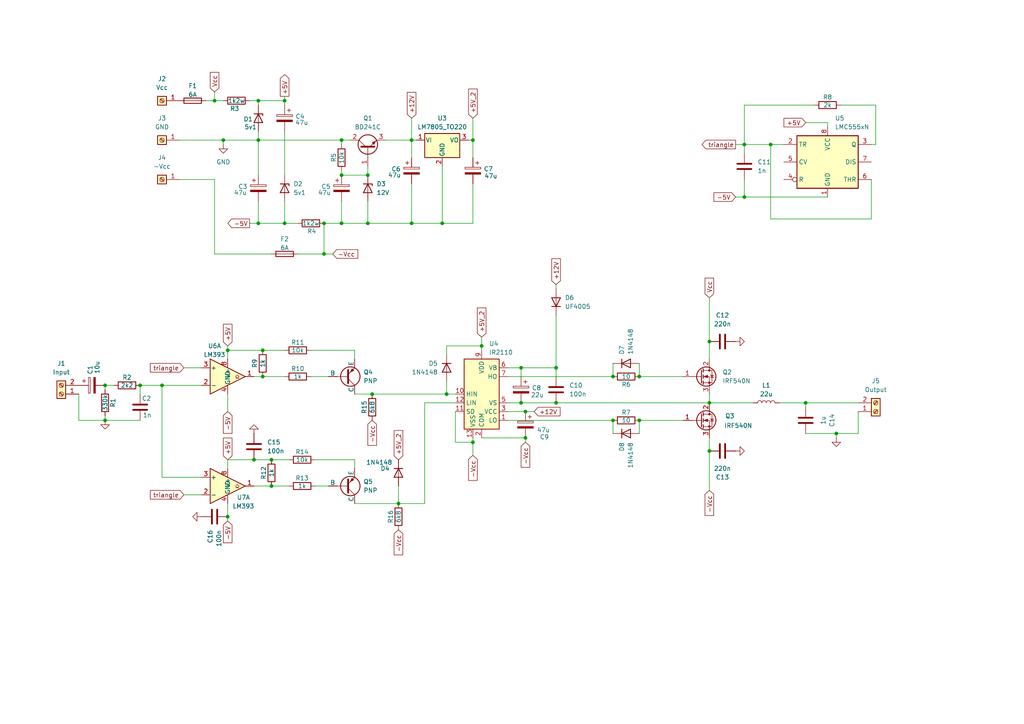
<source format=kicad_sch>
(kicad_sch (version 20250114) (generator "eeschema") (generator_version "9.0")
  (paper "A4")
  (title_block (title "ClassD-bipolar") (date "2025-11-23") (rev "0.8.3") (company "NTNU") (comment 1 "YYMN") (comment 2 "SKMS") (comment 3 "IELEG2213"))
  (lib_symbols
    (symbol "Connector:Screw_Terminal_01x01" (pin_names (offset 1.016) (hide yes))
      (property "Reference" "J" (at 0 2.54 0))
      (property "Value" "Screw_Terminal_01x01" (at 0 -2.54 0))
      (symbol "Screw_Terminal_01x01_1_1"
        (rectangle (start -1.27 1.27) (end 1.27 -1.27) (stroke (width 0.254)) (fill (type background)))
        (polyline (pts (xy -0.5334 0.3302) (xy 0.3302 -0.508)) (stroke (width 0.1524)))
        (polyline (pts (xy -0.3556 0.508) (xy 0.508 -0.3302)) (stroke (width 0.1524)))
        (circle (center 0 0) (radius 0.635) (stroke (width 0.1524)))
        (pin passive line (at -5.08 0 0) (length 3.81) (name "Pin_1") (number "1"))
      )
    )
    (symbol "Connector:Screw_Terminal_01x02" (pin_names (offset 1.016) (hide yes))
      (property "Reference" "J" (at 0 2.54 0))
      (property "Value" "Screw_Terminal_01x02" (at 0 -5.08 0))
      (symbol "Screw_Terminal_01x02_1_1"
        (rectangle (start -1.27 1.27) (end 1.27 -3.81) (stroke (width 0.254)) (fill (type background)))
        (polyline (pts (xy -0.5334 0.3302) (xy 0.3302 -0.508)) (stroke (width 0.1524)))
        (polyline (pts (xy -0.5334 -2.2098) (xy 0.3302 -3.048)) (stroke (width 0.1524)))
        (polyline (pts (xy -0.3556 0.508) (xy 0.508 -0.3302)) (stroke (width 0.1524)))
        (polyline (pts (xy -0.3556 -2.032) (xy 0.508 -2.8702)) (stroke (width 0.1524)))
        (circle (center 0 0) (radius 0.635) (stroke (width 0.1524)))
        (circle (center 0 -2.54) (radius 0.635) (stroke (width 0.1524)))
        (pin passive line (at -5.08 0 0) (length 3.81) (name "Pin_1") (number "1"))
        (pin passive line (at -5.08 -2.54 0) (length 3.81) (name "Pin_2") (number "2"))
      )
    )
    (symbol "Device:C" (pin_numbers (hide yes)) (pin_names (offset 0.254))
      (property "Reference" "C" (at 0.635 2.54 0))
      (property "Value" "C" (at 0.635 -2.54 0))
      (symbol "C_0_1"
        (polyline (pts (xy -2.032 0.762) (xy 2.032 0.762)) (stroke (width 0.508)))
        (polyline (pts (xy -2.032 -0.762) (xy 2.032 -0.762)) (stroke (width 0.508)))
      )
      (symbol "C_1_1"
        (pin passive line (at 0 3.81 270) (length 2.794) (name "~") (number "1"))
        (pin passive line (at 0 -3.81 90) (length 2.794) (name "~") (number "2"))
      )
    )
    (symbol "Device:C_Polarized" (pin_numbers (hide yes)) (pin_names (offset 0.254))
      (property "Reference" "C" (at 0.635 2.54 0))
      (property "Value" "C_Polarized" (at 0.635 -2.54 0))
      (symbol "C_Polarized_0_1"
        (rectangle (start -2.286 0.508) (end 2.286 1.016))
        (polyline (pts (xy -1.778 2.286) (xy -0.762 2.286)))
        (polyline (pts (xy -1.27 2.794) (xy -1.27 1.778)))
        (rectangle (start 2.286 -0.508) (end -2.286 -1.016) (fill (type outline)))
      )
      (symbol "C_Polarized_1_1"
        (pin passive line (at 0 3.81 270) (length 2.794) (name "~") (number "1"))
        (pin passive line (at 0 -3.81 90) (length 2.794) (name "~") (number "2"))
      )
    )
    (symbol "Device:Fuse" (pin_numbers (hide yes)) (pin_names (offset 0))
      (property "Reference" "F" (at 2.032 0 90))
      (property "Value" "Fuse" (at -1.905 0 90))
      (symbol "Fuse_0_1"
        (rectangle (start -0.762 -2.54) (end 0.762 2.54) (stroke (width 0.254)))
        (polyline (pts (xy 0 2.54) (xy 0 -2.54)))
      )
      (symbol "Fuse_1_1"
        (pin passive line (at 0 3.81 270) (length 1.27) (name "~") (number "1"))
        (pin passive line (at 0 -3.81 90) (length 1.27) (name "~") (number "2"))
      )
    )
    (symbol "Device:L" (pin_numbers (hide yes)) (pin_names (offset 1.016) (hide yes))
      (property "Reference" "L" (at -1.27 0 90))
      (property "Value" "L" (at 1.905 0 90))
      (symbol "L_0_1"
        (arc (start 0 2.54) (mid 0.6323 1.905) (end 0 1.27))
        (arc (start 0 1.27) (mid 0.6323 0.635) (end 0 0))
        (arc (start 0 0) (mid 0.6323 -0.635) (end 0 -1.27))
        (arc (start 0 -1.27) (mid 0.6323 -1.905) (end 0 -2.54))
      )
      (symbol "L_1_1"
        (pin passive line (at 0 3.81 270) (length 1.27) (name "1") (number "1"))
        (pin passive line (at 0 -3.81 90) (length 1.27) (name "2") (number "2"))
      )
    )
    (symbol "Device:R" (pin_numbers (hide yes)) (pin_names (offset 0))
      (property "Reference" "R" (at 2.032 0 90))
      (property "Value" "R" (at 0 0 90))
      (symbol "R_0_1"
        (rectangle (start -1.016 -2.54) (end 1.016 2.54) (stroke (width 0.254)))
      )
      (symbol "R_1_1"
        (pin passive line (at 0 3.81 270) (length 1.27) (name "~") (number "1"))
        (pin passive line (at 0 -3.81 90) (length 1.27) (name "~") (number "2"))
      )
    )
    (symbol "Diode:1N4148" (pin_numbers (hide yes)) (pin_names (hide yes))
      (property "Reference" "D" (at 0 2.54 0))
      (property "Value" "1N4148" (at 0 -2.54 0))
      (symbol "1N4148_0_1"
        (polyline (pts (xy -1.27 1.27) (xy -1.27 -1.27)) (stroke (width 0.254)))
        (polyline (pts (xy 1.27 1.27) (xy 1.27 -1.27) (xy -1.27 0) (xy 1.27 1.27)) (stroke (width 0.254)))
        (polyline (pts (xy 1.27 0) (xy -1.27 0)))
      )
      (symbol "1N4148_1_1"
        (pin passive line (at -3.81 0 0) (length 2.54) (name "K") (number "1"))
        (pin passive line (at 3.81 0 180) (length 2.54) (name "A") (number "2"))
      )
    )
    (symbol "Diode:BZV55B5V1" (pin_numbers (hide yes)) (pin_names (hide yes))
      (property "Reference" "D" (at 0 2.54 0))
      (property "Value" "BZV55B5V1" (at 0 -2.54 0))
      (symbol "BZV55B5V1_0_1"
        (polyline (pts (xy -1.27 -1.27) (xy -1.27 1.27) (xy -0.762 1.27)) (stroke (width 0.254)))
        (polyline (pts (xy 1.27 0) (xy -1.27 0)))
        (polyline (pts (xy 1.27 -1.27) (xy 1.27 1.27) (xy -1.27 0) (xy 1.27 -1.27)) (stroke (width 0.254)))
      )
      (symbol "BZV55B5V1_1_1"
        (pin passive line (at -3.81 0 0) (length 2.54) (name "K") (number "1"))
        (pin passive line (at 3.81 0 180) (length 2.54) (name "A") (number "2"))
      )
    )
    (symbol "Diode:UF5400" (pin_numbers (hide yes)) (pin_names (hide yes))
      (property "Reference" "D" (at 0 2.54 0))
      (property "Value" "UF5400" (at 0 -2.54 0))
      (symbol "UF5400_0_1"
        (polyline (pts (xy -1.27 1.27) (xy -1.27 -1.27)) (stroke (width 0.254)))
        (polyline (pts (xy 1.27 1.27) (xy 1.27 -1.27) (xy -1.27 0) (xy 1.27 1.27)) (stroke (width 0.254)))
        (polyline (pts (xy 1.27 0) (xy -1.27 0)))
      )
      (symbol "UF5400_1_1"
        (pin passive line (at -3.81 0 0) (length 2.54) (name "K") (number "1"))
        (pin passive line (at 3.81 0 180) (length 2.54) (name "A") (number "2"))
      )
    )
    (symbol "Driver_FET:IR2110"
      (property "Reference" "U" (at 1.27 13.335 0))
      (property "Value" "IR2110" (at 1.27 11.43 0))
      (symbol "IR2110_0_1"
        (rectangle (start -5.08 -10.16) (end 5.08 10.16) (stroke (width 0.254)) (fill (type background)))
      )
      (symbol "IR2110_1_1"
        (pin input line (at -7.62 0 0) (length 2.54) (name "HIN") (number "10"))
        (pin input line (at -7.62 -2.54 0) (length 2.54) (name "LIN") (number "12"))
        (pin input line (at -7.62 -5.08 0) (length 2.54) (name "SD") (number "11"))
        (pin no_connect line (at -5.08 7.62 0) (length 2.54) (hide yes) (name "NC") (number "4"))
        (pin no_connect line (at -5.08 5.08 0) (length 2.54) (hide yes) (name "NC") (number "8"))
        (pin no_connect line (at -5.08 2.54 0) (length 2.54) (hide yes) (name "NC") (number "14"))
        (pin power_in line (at -2.54 -12.7 90) (length 2.54) (name "VSS") (number "13"))
        (pin power_in line (at 0 12.7 270) (length 2.54) (name "VDD") (number "9"))
        (pin power_in line (at 0 -12.7 90) (length 2.54) (name "COM") (number "2"))
        (pin passive line (at 7.62 7.62 180) (length 2.54) (name "VB") (number "6"))
        (pin output line (at 7.62 5.08 180) (length 2.54) (name "HO") (number "7"))
        (pin passive line (at 7.62 -2.54 180) (length 2.54) (name "VS") (number "5"))
        (pin power_in line (at 7.62 -5.08 180) (length 2.54) (name "VCC") (number "3"))
        (pin output line (at 7.62 -7.62 180) (length 2.54) (name "LO") (number "1"))
      )
    )
    (symbol "LM393_1" (pin_names (offset 0.127))
      (property "Reference" "U2" (at 1.016 -4.572 0))
      (property "Value" "LM393" (at 1.016 -7.112 0))
      (symbol "LM393_1_1_1"
        (polyline (pts (xy -5.08 5.08) (xy 5.08 0) (xy -5.08 -5.08) (xy -5.08 5.08)) (stroke (width 0.254)) (fill (type background)))
        (polyline (pts (xy 3.302 -0.508) (xy 2.794 -0.508) (xy 3.302 0) (xy 2.794 0.508) (xy 2.286 0) (xy 2.794 -0.508) (xy 2.286 -0.508)) (stroke (width 0.127)))
        (pin input line (at -7.62 2.54 0) (length 2.54) (name "+") (number "3"))
        (pin input line (at -7.62 -2.54 0) (length 2.54) (name "-") (number "2"))
        (pin power_in line (at 0 5.08 270) (length 2.54) (name "V+") (number "8"))
        (pin power_in line (at 0 -5.08 90) (length 2.54) (name "GND") (number "4"))
        (pin open_collector line (at 7.62 0 180) (length 2.54) (name "~") (number "1"))
      )
      (symbol "LM393_1_2_1"
        (polyline (pts (xy -5.08 5.08) (xy 5.08 0) (xy -5.08 -5.08) (xy -5.08 5.08)) (stroke (width 0.254)) (fill (type background)))
        (polyline (pts (xy 3.302 -0.508) (xy 2.794 -0.508) (xy 3.302 0) (xy 2.794 0.508) (xy 2.286 0) (xy 2.794 -0.508) (xy 2.286 -0.508)) (stroke (width 0.127)))
        (pin input line (at -7.62 2.54 0) (length 2.54) (name "+") (number "5"))
        (pin input line (at -7.62 -2.54 0) (length 2.54) (name "-") (number "6"))
        (pin open_collector line (at 7.62 0 180) (length 2.54) (name "~") (number "7"))
      )
      (symbol "LM393_1_3_1"
        (pin power_in line (at -2.54 7.62 270) (length 3.81) (name "V+") (number "8"))
        (pin power_in line (at -2.54 -7.62 90) (length 3.81) (name "V-") (number "4"))
      )
    )
    (symbol "Regulator_Linear:LM7805_TO220" (pin_names (offset 0.254))
      (property "Reference" "U" (at -3.81 3.175 0))
      (property "Value" "LM7805_TO220" (at 0 3.175 0))
      (symbol "LM7805_TO220_0_1"
        (rectangle (start -5.08 1.905) (end 5.08 -5.08) (stroke (width 0.254)) (fill (type background)))
      )
      (symbol "LM7805_TO220_1_1"
        (pin power_in line (at -7.62 0 0) (length 2.54) (name "VI") (number "1"))
        (pin power_in line (at 0 -7.62 90) (length 2.54) (name "GND") (number "2"))
        (pin power_out line (at 7.62 0 180) (length 2.54) (name "VO") (number "3"))
      )
    )
    (symbol "Simulation_SPICE:PNP" (pin_numbers (hide yes)) (pin_names (offset 0))
      (property "Reference" "Q" (at -2.54 7.62 0))
      (property "Value" "PNP" (at -2.54 5.08 0))
      (symbol "PNP_0_1"
        (polyline (pts (xy -2.54 0) (xy 0.635 0)) (stroke (width 0.1524)))
        (polyline (pts (xy 0.635 1.905) (xy 0.635 -1.905) (xy 0.635 -1.905)) (stroke (width 0.508)))
        (polyline (pts (xy 0.635 0.635) (xy 2.54 2.54)))
        (polyline (pts (xy 0.635 -0.635) (xy 2.54 -2.54) (xy 2.54 -2.54)))
        (circle (center 1.27 0) (radius 2.8194) (stroke (width 0.254)))
        (polyline (pts (xy 2.286 -1.778) (xy 1.778 -2.286) (xy 1.27 -1.27) (xy 2.286 -1.778) (xy 2.286 -1.778)) (fill (type outline)))
      )
      (symbol "PNP_1_1"
        (pin input line (at -5.08 0 0) (length 2.54) (name "B") (number "2"))
        (pin open_collector line (at 2.54 5.08 270) (length 2.54) (name "C") (number "1"))
        (pin open_emitter line (at 2.54 -5.08 90) (length 2.54) (name "E") (number "3"))
      )
    )
    (symbol "Timer:LMC555xN"
      (property "Reference" "U" (at -10.16 8.89 0))
      (property "Value" "LMC555xN" (at 2.54 8.89 0))
      (symbol "LMC555xN_0_0"
        (pin power_in line (at 0 10.16 270) (length 2.54) (name "VCC") (number "8"))
        (pin power_in line (at 0 -10.16 90) (length 2.54) (name "GND") (number "1"))
      )
      (symbol "LMC555xN_0_1"
        (rectangle (start -8.89 -7.62) (end 8.89 7.62) (stroke (width 0.254)) (fill (type background)))
        (rectangle (start -8.89 -7.62) (end 8.89 7.62) (stroke (width 0.254)) (fill (type background)))
      )
      (symbol "LMC555xN_1_1"
        (pin input line (at -12.7 5.08 0) (length 3.81) (name "TR") (number "2"))
        (pin input line (at -12.7 0 0) (length 3.81) (name "CV") (number "5"))
        (pin input inverted (at -12.7 -5.08 0) (length 3.81) (name "R") (number "4"))
        (pin output line (at 12.7 5.08 180) (length 3.81) (name "Q") (number "3"))
        (pin input line (at 12.7 0 180) (length 3.81) (name "DIS") (number "7"))
        (pin input line (at 12.7 -5.08 180) (length 3.81) (name "THR") (number "6"))
      )
    )
    (symbol "Transistor_BJT:BD249C" (pin_names (offset 0) (hide yes))
      (property "Reference" "Q" (at 6.35 1.905 0))
      (property "Value" "BD249C" (at 6.35 0 0))
      (symbol "BD249C_0_1"
        (polyline (pts (xy -2.54 0) (xy 0.635 0)))
        (polyline (pts (xy 0.635 1.905) (xy 0.635 -1.905)) (stroke (width 0.508)))
        (circle (center 1.27 0) (radius 2.8194) (stroke (width 0.254)))
      )
      (symbol "BD249C_1_1"
        (polyline (pts (xy 0.635 0.635) (xy 2.54 2.54)))
        (polyline (pts (xy 0.635 -0.635) (xy 2.54 -2.54)))
        (polyline (pts (xy 1.27 -1.778) (xy 1.778 -1.27) (xy 2.286 -2.286) (xy 1.27 -1.778)) (fill (type outline)))
        (pin input line (at -5.08 0 0) (length 2.54) (name "B") (number "1"))
        (pin passive line (at 2.54 5.08 270) (length 2.54) (name "C") (number "2"))
        (pin passive line (at 2.54 -5.08 90) (length 2.54) (name "E") (number "3"))
      )
    )
    (symbol "Transistor_FET:IRF540N" (pin_names (hide yes))
      (property "Reference" "Q" (at 5.08 1.905 0))
      (property "Value" "IRF540N" (at 5.08 0 0))
      (symbol "IRF540N_0_1"
        (polyline (pts (xy 0.254 1.905) (xy 0.254 -1.905)) (stroke (width 0.254)))
        (polyline (pts (xy 0.254 0) (xy -2.54 0)))
        (polyline (pts (xy 0.762 2.286) (xy 0.762 1.27)) (stroke (width 0.254)))
        (polyline (pts (xy 0.762 0.508) (xy 0.762 -0.508)) (stroke (width 0.254)))
        (polyline (pts (xy 0.762 -1.27) (xy 0.762 -2.286)) (stroke (width 0.254)))
        (polyline (pts (xy 0.762 -1.778) (xy 3.302 -1.778) (xy 3.302 1.778) (xy 0.762 1.778)))
        (polyline (pts (xy 1.016 0) (xy 2.032 0.381) (xy 2.032 -0.381) (xy 1.016 0)) (fill (type outline)))
        (circle (center 1.651 0) (radius 2.794) (stroke (width 0.254)))
        (polyline (pts (xy 2.54 2.54) (xy 2.54 1.778)))
        (circle (center 2.54 1.778) (radius 0.254) (fill (type outline)))
        (circle (center 2.54 -1.778) (radius 0.254) (fill (type outline)))
        (polyline (pts (xy 2.54 -2.54) (xy 2.54 0) (xy 0.762 0)))
        (polyline (pts (xy 2.794 0.508) (xy 2.921 0.381) (xy 3.683 0.381) (xy 3.81 0.254)))
        (polyline (pts (xy 3.302 0.381) (xy 2.921 -0.254) (xy 3.683 -0.254) (xy 3.302 0.381)))
      )
      (symbol "IRF540N_1_1"
        (pin input line (at -5.08 0 0) (length 2.54) (name "G") (number "1"))
        (pin passive line (at 2.54 5.08 270) (length 2.54) (name "D") (number "2"))
        (pin passive line (at 2.54 -5.08 90) (length 2.54) (name "S") (number "3"))
      )
    )
    (symbol "power:GND" (power) (pin_numbers (hide yes)) (pin_names (offset 0) (hide yes))
      (property "Value" "GND" (at 0 -3.81 0))
      (symbol "GND_0_1"
        (polyline (pts (xy 0 0) (xy 0 -1.27) (xy 1.27 -1.27) (xy 0 -2.54) (xy -1.27 -1.27) (xy 0 -1.27)))
      )
      (symbol "GND_1_1"
        (pin power_in line (at 0 0 270) (length 0) (name "~") (number "1"))
      )
    )
  )
  (junction (at 82.55 64.77))
  (junction (at 40.64 111.76))
  (junction (at 223.52 41.91))
  (junction (at 177.8 109.22))
  (junction (at 78.74 133.35))
  (junction (at 106.68 64.77))
  (junction (at 205.74 99.06))
  (junction (at 30.48 121.92))
  (junction (at 93.98 73.66))
  (junction (at 215.9 57.15))
  (junction (at 62.23 29.21))
  (junction (at 161.29 116.84))
  (junction (at 106.68 50.8))
  (junction (at 152.4 119.38))
  (junction (at 242.57 125.73))
  (junction (at 129.54 114.3))
  (junction (at 78.74 140.97))
  (junction (at 137.16 40.64))
  (junction (at 128.27 64.77))
  (junction (at 73.66 133.35))
  (junction (at 74.93 40.64))
  (junction (at 107.95 114.3))
  (junction (at 177.8 121.92))
  (junction (at 76.2 101.6))
  (junction (at 137.16 128.27))
  (junction (at 119.38 64.77))
  (junction (at 139.7 100.33))
  (junction (at 115.57 146.05))
  (junction (at 233.68 116.84))
  (junction (at 74.93 64.77))
  (junction (at 161.29 106.68))
  (junction (at 185.42 109.22))
  (junction (at 99.06 40.64))
  (junction (at 151.13 106.68))
  (junction (at 76.2 109.22))
  (junction (at 99.06 50.8))
  (junction (at 74.93 29.21))
  (junction (at 215.9 41.91))
  (junction (at 66.04 101.6))
  (junction (at 66.04 149.86))
  (junction (at 119.38 40.64))
  (junction (at 82.55 29.21))
  (junction (at 205.74 116.84))
  (junction (at 30.48 111.76))
  (junction (at 185.42 121.92))
  (junction (at 152.4 127))
  (junction (at 64.77 40.64))
  (junction (at 151.13 116.84))
  (junction (at 46.99 111.76))
  (junction (at 205.74 130.81))
  (junction (at 93.98 64.77))
  (junction (at 99.06 64.77))
  (wire (pts (xy 128.27 64.77) (xy 119.38 64.77)))
  (wire (pts (xy 46.99 111.76) (xy 58.42 111.76)))
  (wire (pts (xy 233.68 116.84) (xy 233.68 118.11)))
  (wire (pts (xy 151.13 106.68) (xy 147.32 106.68)))
  (wire (pts (xy 152.4 119.38) (xy 154.94 119.38)))
  (wire (pts (xy 78.74 133.35) (xy 83.82 133.35)))
  (wire (pts (xy 240.03 57.15) (xy 215.9 57.15)))
  (wire (pts (xy 139.7 100.33) (xy 139.7 101.6)))
  (wire (pts (xy 242.57 125.73) (xy 233.68 125.73)))
  (wire (pts (xy 82.55 29.21) (xy 82.55 30.48)))
  (wire (pts (xy 152.4 127) (xy 152.4 128.27)))
  (wire (pts (xy 46.99 138.43) (xy 46.99 111.76)))
  (wire (pts (xy 205.74 127) (xy 205.74 130.81)))
  (wire (pts (xy 74.93 40.64) (xy 99.06 40.64)))
  (wire (pts (xy 223.52 41.91) (xy 227.33 41.91)))
  (wire (pts (xy 30.48 120.65) (xy 30.48 121.92)))
  (wire (pts (xy 106.68 48.26) (xy 106.68 50.8)))
  (wire (pts (xy 123.19 146.05) (xy 123.19 116.84)))
  (wire (pts (xy 137.16 64.77) (xy 128.27 64.77)))
  (wire (pts (xy 223.52 41.91) (xy 215.9 41.91)))
  (wire (pts (xy 72.39 29.21) (xy 74.93 29.21)))
  (wire (pts (xy 205.74 86.36) (xy 205.74 99.06)))
  (wire (pts (xy 99.06 58.42) (xy 99.06 64.77)))
  (wire (pts (xy 205.74 114.3) (xy 205.74 116.84)))
  (wire (pts (xy 252.73 41.91) (xy 254 41.91)))
  (wire (pts (xy 82.55 27.94) (xy 82.55 29.21)))
  (wire (pts (xy 64.77 40.64) (xy 74.93 40.64)))
  (wire (pts (xy 215.9 41.91) (xy 215.9 44.45)))
  (wire (pts (xy 161.29 106.68) (xy 161.29 109.22)))
  (wire (pts (xy 66.04 135.89) (xy 66.04 133.35)))
  (wire (pts (xy 185.42 109.22) (xy 198.12 109.22)))
  (wire (pts (xy 62.23 52.07) (xy 62.23 73.66)))
  (wire (pts (xy 64.77 41.91) (xy 64.77 40.64)))
  (wire (pts (xy 236.22 30.48) (xy 215.9 30.48)))
  (wire (pts (xy 102.87 104.14) (xy 102.87 101.6)))
  (wire (pts (xy 161.29 106.68) (xy 151.13 106.68)))
  (wire (pts (xy 62.23 29.21) (xy 64.77 29.21)))
  (wire (pts (xy 115.57 146.05) (xy 123.19 146.05)))
  (wire (pts (xy 82.55 58.42) (xy 82.55 64.77)))
  (wire (pts (xy 40.64 111.76) (xy 40.64 114.3)))
  (wire (pts (xy 74.93 40.64) (xy 74.93 50.8)))
  (wire (pts (xy 129.54 114.3) (xy 132.08 114.3)))
  (wire (pts (xy 99.06 40.64) (xy 101.6 40.64)))
  (wire (pts (xy 139.7 97.79) (xy 139.7 100.33)))
  (wire (pts (xy 59.69 29.21) (xy 62.23 29.21)))
  (wire (pts (xy 99.06 49.53) (xy 99.06 50.8)))
  (wire (pts (xy 46.99 138.43) (xy 58.42 138.43)))
  (wire (pts (xy 161.29 83.82) (xy 161.29 82.55)))
  (wire (pts (xy 107.95 114.3) (xy 129.54 114.3)))
  (wire (pts (xy 119.38 40.64) (xy 119.38 45.72)))
  (wire (pts (xy 66.04 151.13) (xy 66.04 149.86)))
  (wire (pts (xy 66.04 114.3) (xy 66.04 119.38)))
  (wire (pts (xy 223.52 41.91) (xy 223.52 63.5)))
  (wire (pts (xy 72.39 64.77) (xy 74.93 64.77)))
  (wire (pts (xy 137.16 40.64) (xy 137.16 45.72)))
  (wire (pts (xy 82.55 64.77) (xy 74.93 64.77)))
  (wire (pts (xy 161.29 91.44) (xy 161.29 106.68)))
  (wire (pts (xy 73.66 133.35) (xy 78.74 133.35)))
  (wire (pts (xy 119.38 34.29) (xy 119.38 40.64)))
  (wire (pts (xy 139.7 127) (xy 152.4 127)))
  (wire (pts (xy 177.8 125.73) (xy 177.8 121.92)))
  (wire (pts (xy 213.36 41.91) (xy 215.9 41.91)))
  (wire (pts (xy 185.42 121.92) (xy 185.42 125.73)))
  (wire (pts (xy 233.68 35.56) (xy 240.03 35.56)))
  (wire (pts (xy 86.36 64.77) (xy 82.55 64.77)))
  (wire (pts (xy 73.66 109.22) (xy 76.2 109.22)))
  (wire (pts (xy 102.87 101.6) (xy 90.17 101.6)))
  (wire (pts (xy 73.66 140.97) (xy 78.74 140.97)))
  (wire (pts (xy 115.57 140.97) (xy 115.57 146.05)))
  (wire (pts (xy 82.55 38.1) (xy 82.55 50.8)))
  (wire (pts (xy 66.04 133.35) (xy 73.66 133.35)))
  (wire (pts (xy 78.74 140.97) (xy 83.82 140.97)))
  (wire (pts (xy 74.93 38.1) (xy 74.93 40.64)))
  (wire (pts (xy 185.42 105.41) (xy 185.42 109.22)))
  (wire (pts (xy 74.93 30.48) (xy 74.93 29.21)))
  (wire (pts (xy 30.48 121.92) (xy 40.64 121.92)))
  (wire (pts (xy 137.16 34.29) (xy 137.16 40.64)))
  (wire (pts (xy 205.74 99.06) (xy 205.74 104.14)))
  (wire (pts (xy 123.19 116.84) (xy 132.08 116.84)))
  (wire (pts (xy 119.38 64.77) (xy 106.68 64.77)))
  (wire (pts (xy 147.32 116.84) (xy 151.13 116.84)))
  (wire (pts (xy 205.74 116.84) (xy 218.44 116.84)))
  (wire (pts (xy 102.87 133.35) (xy 91.44 133.35)))
  (wire (pts (xy 62.23 73.66) (xy 78.74 73.66)))
  (wire (pts (xy 129.54 100.33) (xy 129.54 102.87)))
  (wire (pts (xy 99.06 41.91) (xy 99.06 40.64)))
  (wire (pts (xy 22.86 121.92) (xy 30.48 121.92)))
  (wire (pts (xy 99.06 64.77) (xy 93.98 64.77)))
  (wire (pts (xy 147.32 109.22) (xy 177.8 109.22)))
  (wire (pts (xy 151.13 109.22) (xy 151.13 106.68)))
  (wire (pts (xy 96.52 73.66) (xy 93.98 73.66)))
  (wire (pts (xy 215.9 30.48) (xy 215.9 41.91)))
  (wire (pts (xy 30.48 111.76) (xy 30.48 113.03)))
  (wire (pts (xy 106.68 50.8) (xy 99.06 50.8)))
  (wire (pts (xy 252.73 63.5) (xy 223.52 63.5)))
  (wire (pts (xy 40.64 111.76) (xy 46.99 111.76)))
  (wire (pts (xy 240.03 35.56) (xy 240.03 36.83)))
  (wire (pts (xy 119.38 40.64) (xy 120.65 40.64)))
  (wire (pts (xy 135.89 40.64) (xy 137.16 40.64)))
  (wire (pts (xy 76.2 109.22) (xy 82.55 109.22)))
  (wire (pts (xy 66.04 100.33) (xy 66.04 101.6)))
  (wire (pts (xy 248.92 119.38) (xy 248.92 125.73)))
  (wire (pts (xy 147.32 121.92) (xy 177.8 121.92)))
  (wire (pts (xy 132.08 128.27) (xy 137.16 128.27)))
  (wire (pts (xy 66.04 101.6) (xy 76.2 101.6)))
  (wire (pts (xy 106.68 64.77) (xy 99.06 64.77)))
  (wire (pts (xy 248.92 125.73) (xy 242.57 125.73)))
  (wire (pts (xy 213.36 57.15) (xy 215.9 57.15)))
  (wire (pts (xy 30.48 111.76) (xy 33.02 111.76)))
  (wire (pts (xy 128.27 48.26) (xy 128.27 64.77)))
  (wire (pts (xy 102.87 114.3) (xy 107.95 114.3)))
  (wire (pts (xy 74.93 29.21) (xy 82.55 29.21)))
  (wire (pts (xy 93.98 73.66) (xy 93.98 64.77)))
  (wire (pts (xy 74.93 64.77) (xy 74.93 58.42)))
  (wire (pts (xy 90.17 109.22) (xy 95.25 109.22)))
  (wire (pts (xy 129.54 110.49) (xy 129.54 114.3)))
  (wire (pts (xy 132.08 119.38) (xy 132.08 128.27)))
  (wire (pts (xy 106.68 58.42) (xy 106.68 64.77)))
  (wire (pts (xy 161.29 116.84) (xy 205.74 116.84)))
  (wire (pts (xy 53.34 143.51) (xy 58.42 143.51)))
  (wire (pts (xy 22.86 121.92) (xy 22.86 114.3)))
  (wire (pts (xy 226.06 116.84) (xy 233.68 116.84)))
  (wire (pts (xy 53.34 106.68) (xy 58.42 106.68)))
  (wire (pts (xy 102.87 135.89) (xy 102.87 133.35)))
  (wire (pts (xy 52.07 40.64) (xy 64.77 40.64)))
  (wire (pts (xy 137.16 127) (xy 137.16 128.27)))
  (wire (pts (xy 86.36 73.66) (xy 93.98 73.66)))
  (wire (pts (xy 111.76 40.64) (xy 119.38 40.64)))
  (wire (pts (xy 151.13 116.84) (xy 161.29 116.84)))
  (wire (pts (xy 102.87 146.05) (xy 115.57 146.05)))
  (wire (pts (xy 62.23 52.07) (xy 52.07 52.07)))
  (wire (pts (xy 91.44 140.97) (xy 95.25 140.97)))
  (wire (pts (xy 254 30.48) (xy 254 41.91)))
  (wire (pts (xy 243.84 30.48) (xy 254 30.48)))
  (wire (pts (xy 119.38 53.34) (xy 119.38 64.77)))
  (wire (pts (xy 62.23 26.67) (xy 62.23 29.21)))
  (wire (pts (xy 252.73 52.07) (xy 252.73 63.5)))
  (wire (pts (xy 66.04 101.6) (xy 66.04 104.14)))
  (wire (pts (xy 66.04 149.86) (xy 66.04 146.05)))
  (wire (pts (xy 198.12 121.92) (xy 185.42 121.92)))
  (wire (pts (xy 147.32 119.38) (xy 152.4 119.38)))
  (wire (pts (xy 137.16 53.34) (xy 137.16 64.77)))
  (wire (pts (xy 205.74 130.81) (xy 205.74 142.24)))
  (wire (pts (xy 129.54 100.33) (xy 139.7 100.33)))
  (wire (pts (xy 76.2 101.6) (xy 82.55 101.6)))
  (wire (pts (xy 242.57 125.73) (xy 242.57 127)))
  (wire (pts (xy 137.16 128.27) (xy 137.16 132.08)))
  (wire (pts (xy 177.8 109.22) (xy 177.8 105.41)))
  (wire (pts (xy 215.9 57.15) (xy 215.9 52.07)))
  (wire (pts (xy 248.92 116.84) (xy 233.68 116.84)))
  (global_label "triangle" (shape input) (at 53.34 106.68 180) (property "Intersheetrefs" "${INTERSHEET_REFS}" (effects (hide yes))))
  (global_label "-Vcc" (shape input) (at 152.4 128.27 270) (property "Intersheetrefs" "${INTERSHEET_REFS}" (effects (hide yes))))
  (global_label "+12V" (shape input) (at 119.38 34.29 90) (property "Intersheetrefs" "${INTERSHEET_REFS}" (effects (hide yes))))
  (global_label "+5V" (shape input) (at 233.68 35.56 180) (property "Intersheetrefs" "${INTERSHEET_REFS}" (effects (hide yes))))
  (global_label "-Vcc" (shape input) (at 107.95 121.92 270) (property "Intersheetrefs" "${INTERSHEET_REFS}" (effects (hide yes))))
  (global_label "triangle" (shape output) (at 213.36 41.91 180) (property "Intersheetrefs" "${INTERSHEET_REFS}" (effects (hide yes))))
  (global_label "+12V" (shape input) (at 161.29 82.55 90) (property "Intersheetrefs" "${INTERSHEET_REFS}" (effects (hide yes))))
  (global_label "triangle" (shape input) (at 53.34 143.51 180) (property "Intersheetrefs" "${INTERSHEET_REFS}" (effects (hide yes))))
  (global_label "Vcc" (shape input) (at 205.74 86.36 90) (property "Intersheetrefs" "${INTERSHEET_REFS}" (effects (hide yes))))
  (global_label "+5V" (shape input) (at 66.04 133.35 90) (property "Intersheetrefs" "${INTERSHEET_REFS}" (effects (hide yes))))
  (global_label "-Vcc" (shape input) (at 205.74 142.24 270) (property "Intersheetrefs" "${INTERSHEET_REFS}" (effects (hide yes))))
  (global_label "Vcc" (shape input) (at 62.23 26.67 90) (property "Intersheetrefs" "${INTERSHEET_REFS}" (effects (hide yes))))
  (global_label "-Vcc" (shape input) (at 96.52 73.66 0) (property "Intersheetrefs" "${INTERSHEET_REFS}" (effects (hide yes))))
  (global_label "+5V_2" (shape input) (at 115.57 133.35 90) (property "Intersheetrefs" "${INTERSHEET_REFS}" (effects (hide yes))))
  (global_label "-5V" (shape input) (at 66.04 151.13 270) (property "Intersheetrefs" "${INTERSHEET_REFS}" (effects (hide yes))))
  (global_label "-5V" (shape input) (at 66.04 119.38 270) (property "Intersheetrefs" "${INTERSHEET_REFS}" (effects (hide yes))))
  (global_label "+5V_2" (shape input) (at 139.7 97.79 90) (property "Intersheetrefs" "${INTERSHEET_REFS}" (effects (hide yes))))
  (global_label "+5V" (shape output) (at 82.55 27.94 90) (property "Intersheetrefs" "${INTERSHEET_REFS}" (effects (hide yes))))
  (global_label "-Vcc" (shape input) (at 115.57 153.67 270) (property "Intersheetrefs" "${INTERSHEET_REFS}" (effects (hide yes))))
  (global_label "-Vcc" (shape input) (at 137.16 132.08 270) (property "Intersheetrefs" "${INTERSHEET_REFS}" (effects (hide yes))))
  (global_label "-5V" (shape input) (at 213.36 57.15 180) (property "Intersheetrefs" "${INTERSHEET_REFS}" (effects (hide yes))))
  (global_label "+12V" (shape input) (at 154.94 119.38 0) (property "Intersheetrefs" "${INTERSHEET_REFS}" (effects (hide yes))))
  (global_label "-5V" (shape output) (at 72.39 64.77 180) (property "Intersheetrefs" "${INTERSHEET_REFS}" (effects (hide yes))))
  (global_label "+5V" (shape input) (at 66.04 100.33 90) (property "Intersheetrefs" "${INTERSHEET_REFS}" (effects (hide yes))))
  (global_label "+5V_2" (shape input) (at 137.16 34.29 90) (property "Intersheetrefs" "${INTERSHEET_REFS}" (effects (hide yes))))
  (symbol (lib_id "Connector:Screw_Terminal_01x02") (at 254 119.38 0) (mirror x) (unit 1)
    (property "Reference" "J5" (at 254 110.49 0))
    (property "Value" "Output" (at 254 113.03 0))
    (property "Footprint" "TerminalBlock_Phoenix:TerminalBlock_Phoenix_MKDS-1,5-2-5.08_1x02_P5.08mm_Horizontal" (effects (hide yes)))
    (property "Description" "Generic screw terminal, single row, 01x02, script generated (kicad-library-utils/schlib/autogen/connector/)" (effects (hide yes)))
  )
  (symbol (lib_id "power:GND") (at 242.57 127 0) (unit 1)
    (property "Reference" "#PWR05" (effects (hide yes)))
    (property "Value" "GND" (effects (hide yes)))
    (property "Description" "Power symbol creates a global label with name \"GND\" , ground" (effects (hide yes)))
  )
  (symbol (lib_id "Device:C") (at 40.64 118.11 0) (unit 1)
    (property "Reference" "C2" (at 41.148 115.57 0) (effects (justify left)))
    (property "Value" "1n" (at 41.402 120.396 0) (effects (justify left)))
    (property "Footprint" "Capacitor_THT:C_Rect_L4.0mm_W2.5mm_P2.50mm" (effects (hide yes)))
    (property "Description" "Unpolarized capacitor" (effects (hide yes)))
  )
  (symbol (lib_id "Device:C_Polarized") (at 99.06 54.61 0) (unit 1)
    (property "Reference" "C5" (at 93.218 54.102 0) (effects (justify left)))
    (property "Value" "47u" (at 92.202 55.88 0) (effects (justify left)))
    (property "Footprint" "Capacitor_THT:CP_Radial_D8.0mm_P2.50mm" (effects (hide yes)))
    (property "Description" "Polarized capacitor" (effects (hide yes)))
  )
  (symbol (lib_id "Device:R") (at 68.58 29.21 270) (unit 1)
    (property "Reference" "R3" (at 68.072 31.496 90))
    (property "Value" "1k2w" (at 68.58 29.21 90))
    (property "Footprint" "Resistor_THT:R_Axial_DIN0309_L9.0mm_D3.2mm_P5.08mm_Vertical" (effects (hide yes)))
    (property "Description" "Resistor" (effects (hide yes)))
  )
  (symbol (lib_id "Device:R") (at 78.74 137.16 0) (mirror y) (unit 1)
    (property "Reference" "R12" (at 76.454 137.16 90))
    (property "Value" "1k" (at 78.74 137.16 90))
    (property "Footprint" "Resistor_THT:R_Axial_DIN0207_L6.3mm_D2.5mm_P10.16mm_Horizontal" (effects (hide yes)))
    (property "Description" "Resistor" (effects (hide yes)))
  )
  (symbol (lib_id "Device:C_Polarized") (at 119.38 49.53 0) (unit 1)
    (property "Reference" "C6" (at 113.538 49.022 0) (effects (justify left)))
    (property "Value" "47u" (at 112.522 50.8 0) (effects (justify left)))
    (property "Footprint" "Capacitor_THT:CP_Radial_D8.0mm_P2.50mm" (effects (hide yes)))
    (property "Description" "Polarized capacitor" (effects (hide yes)))
  )
  (symbol (lib_id "Transistor_FET:IRF540N") (at 203.2 121.92 0) (unit 1)
    (property "Reference" "Q3" (at 210.312 120.65 0) (effects (justify left)))
    (property "Value" "IRF540N" (at 210.058 123.444 0) (effects (justify left)))
    (property "Footprint" "Package_TO_SOT_THT:TO-220-3_Vertical" (effects (hide yes)))
    (property "Datasheet" "http://www.irf.com/product-info/datasheets/data/irf540n.pdf" (effects (hide yes)))
    (property "Description" "33A Id, 100V Vds, HEXFET N-Channel MOSFET, TO-220" (effects (hide yes)))
  )
  (symbol (lib_id "Connector:Screw_Terminal_01x02") (at 17.78 114.3 180) (unit 1)
    (property "Reference" "J1" (at 17.78 105.41 0))
    (property "Value" "Input" (at 17.78 107.95 0))
    (property "Footprint" "TerminalBlock_Phoenix:TerminalBlock_Phoenix_MKDS-1,5-2-5.08_1x02_P5.08mm_Horizontal" (effects (hide yes)))
    (property "Description" "Generic screw terminal, single row, 01x02, script generated (kicad-library-utils/schlib/autogen/connector/)" (effects (hide yes)))
  )
  (symbol (lib_id "Diode:BZV55B5V1") (at 82.55 54.61 270) (unit 1)
    (property "Reference" "D2" (at 85.09 53.3399 90) (effects (justify left)))
    (property "Value" "5v1" (at 85.09 55.8799 90) (effects (justify left)))
    (property "Footprint" "Diode_THT:D_DO-34_SOD68_P7.62mm_Horizontal" (effects (hide yes)))
    (property "Datasheet" "https://assets.nexperia.com/documents/data-sheet/BZV55_SER.pdf" (effects (hide yes)))
    (property "Description" "5.1V, 500mW, 2%, Zener diode, MiniMELF" (effects (hide yes)))
  )
  (symbol (lib_id "Diode:UF5400") (at 161.29 87.63 90) (unit 1)
    (property "Reference" "D6" (at 163.83 86.3599 90) (effects (justify right)))
    (property "Value" "UF4005" (at 163.83 88.8999 90) (effects (justify right)))
    (property "Footprint" "Diode_THT:D_DO-35_SOD27_P7.62mm_Horizontal" (effects (hide yes)))
    (property "Datasheet" "http://www.vishay.com/docs/88756/uf5400.pdf" (effects (hide yes)))
    (property "Description" "50V 3A Soft Recovery Ultrafast Rectifier Diode, DO-201AD" (effects (hide yes)))
    (property "Sim.Device" "D" (effects (hide yes)))
    (property "Sim.Pins" "1=K 2=A" (effects (hide yes)))
  )
  (symbol (lib_id "Device:C_Polarized") (at 152.4 123.19 0) (mirror y) (unit 1)
    (property "Reference" "C9" (at 159.258 126.746 0) (effects (justify left)))
    (property "Value" "47u" (at 159.512 124.714 0) (effects (justify left)))
    (property "Footprint" "Capacitor_THT:CP_Radial_D8.0mm_P2.50mm" (effects (hide yes)))
    (property "Description" "Polarized capacitor" (effects (hide yes)))
  )
  (symbol (lib_id "Regulator_Linear:LM7805_TO220") (at 128.27 40.64 0) (unit 1)
    (property "Reference" "U3" (at 128.27 34.29 0))
    (property "Value" "LM7805_TO220" (at 128.27 36.83 0))
    (property "Footprint" "Package_TO_SOT_THT:TO-220-3_Vertical" (effects (hide yes)))
    (property "Datasheet" "https://www.onsemi.cn/PowerSolutions/document/MC7800-D.PDF" (effects (hide yes)))
    (property "Description" "Positive 1A 35V Linear Regulator, Fixed Output 5V, TO-220" (effects (hide yes)))
  )
  (symbol (lib_name "LM393_1") (lib_id "Comparator:LM393") (at 66.04 109.22 0) (unit 1)
    (property "Reference" "U6" (at 62.23 100.33 0))
    (property "Value" "LM393" (at 62.23 102.87 0))
    (property "Footprint" "Package_DIP:DIP-8_W7.62mm_Socket" (effects (hide yes)))
    (property "Datasheet" "http://www.ti.com/lit/ds/symlink/lm393.pdf" (effects (hide yes)))
    (property "Description" "Low-Power, Low-Offset Voltage, Dual Comparators, DIP-8/SOIC-8/TO-99-8" (effects (hide yes)))
  )
  (symbol (lib_id "power:GND") (at 73.66 125.73 180) (unit 1)
    (property "Reference" "#PWR06" (effects (hide yes)))
    (property "Value" "GND" (effects (hide yes)))
    (property "Description" "Power symbol creates a global label with name \"GND\" , ground" (effects (hide yes)))
  )
  (symbol (lib_id "Device:C") (at 62.23 149.86 90) (mirror x) (unit 1)
    (property "Reference" "C16" (at 60.9599 153.67 0) (effects (justify left)))
    (property "Value" "100n" (at 63.4999 153.67 0) (effects (justify left)))
    (property "Footprint" "Capacitor_THT:C_Rect_L7.0mm_W2.5mm_P5.00mm" (effects (hide yes)))
    (property "Description" "Unpolarized capacitor" (effects (hide yes)))
  )
  (symbol (lib_id "Diode:BZV55B5V1") (at 74.93 34.29 270) (unit 1)
    (property "Reference" "D1" (at 70.612 34.544 90) (effects (justify left)))
    (property "Value" "5v1" (at 70.866 36.83 90) (effects (justify left)))
    (property "Footprint" "Diode_THT:D_DO-34_SOD68_P7.62mm_Horizontal" (effects (hide yes)))
    (property "Datasheet" "https://assets.nexperia.com/documents/data-sheet/BZV55_SER.pdf" (effects (hide yes)))
    (property "Description" "5.1V, 500mW, 2%, Zener diode, MiniMELF" (effects (hide yes)))
  )
  (symbol (lib_id "Device:R") (at 87.63 133.35 270) (mirror x) (unit 1)
    (property "Reference" "R14" (at 87.63 131.064 90))
    (property "Value" "10k" (at 87.63 133.35 90))
    (property "Footprint" "Resistor_THT:R_Axial_DIN0207_L6.3mm_D2.5mm_P10.16mm_Horizontal" (effects (hide yes)))
    (property "Description" "Resistor" (effects (hide yes)))
  )
  (symbol (lib_id "Device:Fuse") (at 55.88 29.21 90) (unit 1)
    (property "Reference" "F1" (at 55.88 24.892 90))
    (property "Value" "6A" (at 55.88 27.432 90))
    (property "Footprint" "Fuse:Fuseholder_Cylinder-5x20mm_Schurter_0031_8201_Horizontal_Open" (effects (hide yes)))
    (property "Description" "Fuse" (effects (hide yes)))
  )
  (symbol (lib_id "Diode:1N4148") (at 181.61 125.73 0) (mirror x) (unit 1)
    (property "Reference" "D8" (at 180.3399 128.27 90) (effects (justify left)))
    (property "Value" "1N4148" (at 182.8799 128.27 90) (effects (justify left)))
    (property "Footprint" "Diode_THT:D_DO-35_SOD27_P7.62mm_Horizontal" (effects (hide yes)))
    (property "Datasheet" "https://assets.nexperia.com/documents/data-sheet/1N4148_1N4448.pdf" (effects (hide yes)))
    (property "Description" "100V 0.15A standard switching diode, DO-35" (effects (hide yes)))
    (property "Sim.Device" "D" (effects (hide yes)))
    (property "Sim.Pins" "1=K 2=A" (effects (hide yes)))
  )
  (symbol (lib_id "Device:Fuse") (at 82.55 73.66 90) (unit 1)
    (property "Reference" "F2" (at 82.55 69.342 90))
    (property "Value" "6A" (at 82.55 71.882 90))
    (property "Footprint" "Fuse:Fuseholder_Cylinder-5x20mm_Schurter_0031_8201_Horizontal_Open" (effects (hide yes)))
    (property "Description" "Fuse" (effects (hide yes)))
  )
  (symbol (lib_id "Device:R") (at 99.06 45.72 180) (unit 1)
    (property "Reference" "R5" (at 96.774 45.72 90))
    (property "Value" "10k" (at 99.06 45.72 90))
    (property "Footprint" "Resistor_THT:R_Axial_DIN0207_L6.3mm_D2.5mm_P10.16mm_Horizontal" (effects (hide yes)))
    (property "Description" "Resistor" (effects (hide yes)))
  )
  (symbol (lib_id "Device:R") (at 181.61 121.92 270) (mirror x) (unit 1)
    (property "Reference" "R7" (at 181.61 119.634 90))
    (property "Value" "10" (at 181.61 121.92 90))
    (property "Footprint" "Resistor_THT:R_Axial_DIN0207_L6.3mm_D2.5mm_P10.16mm_Horizontal" (effects (hide yes)))
    (property "Description" "Resistor" (effects (hide yes)))
  )
  (symbol (lib_id "Device:R") (at 107.95 118.11 0) (mirror y) (unit 1)
    (property "Reference" "R15" (at 105.664 118.11 90))
    (property "Value" "6k8" (at 107.95 118.11 90))
    (property "Footprint" "Resistor_THT:R_Axial_DIN0207_L6.3mm_D2.5mm_P10.16mm_Horizontal" (effects (hide yes)))
    (property "Description" "Resistor" (effects (hide yes)))
  )
  (symbol (lib_id "Device:R") (at 181.61 109.22 270) (unit 1)
    (property "Reference" "R6" (at 181.61 111.506 90))
    (property "Value" "10" (at 181.61 109.22 90))
    (property "Footprint" "Resistor_THT:R_Axial_DIN0207_L6.3mm_D2.5mm_P10.16mm_Horizontal" (effects (hide yes)))
    (property "Description" "Resistor" (effects (hide yes)))
  )
  (symbol (lib_id "Device:L") (at 222.25 116.84 90) (unit 1)
    (property "Reference" "L1" (at 222.25 111.76 90))
    (property "Value" "22u" (at 222.25 114.3 90))
    (property "Footprint" "Inductor_THT:L_Toroid_Vertical_L33.0mm_W17.8mm_P12.70mm_Pulse_KM-5" (effects (hide yes)))
    (property "Description" "Inductor" (effects (hide yes)))
  )
  (symbol (lib_id "Device:R") (at 115.57 149.86 0) (mirror y) (unit 1)
    (property "Reference" "R16" (at 113.284 149.86 90))
    (property "Value" "6k8" (at 115.57 149.86 90))
    (property "Footprint" "Resistor_THT:R_Axial_DIN0207_L6.3mm_D2.5mm_P10.16mm_Horizontal" (effects (hide yes)))
    (property "Description" "Resistor" (effects (hide yes)))
  )
  (symbol (lib_id "Device:C") (at 73.66 129.54 0) (unit 1)
    (property "Reference" "C15" (at 77.47 128.2699 0) (effects (justify left)))
    (property "Value" "100n" (at 77.47 130.8099 0) (effects (justify left)))
    (property "Footprint" "Capacitor_THT:C_Rect_L7.0mm_W2.5mm_P5.00mm" (effects (hide yes)))
    (property "Description" "Unpolarized capacitor" (effects (hide yes)))
  )
  (symbol (lib_id "Device:C_Polarized") (at 74.93 54.61 0) (unit 1)
    (property "Reference" "C3" (at 69.088 54.102 0) (effects (justify left)))
    (property "Value" "47u" (at 67.818 55.88 0) (effects (justify left)))
    (property "Footprint" "Capacitor_THT:CP_Radial_D8.0mm_P2.50mm" (effects (hide yes)))
    (property "Description" "Polarized capacitor" (effects (hide yes)))
  )
  (symbol (lib_id "Device:C") (at 215.9 48.26 0) (unit 1)
    (property "Reference" "C11" (at 219.71 46.9899 0) (effects (justify left)))
    (property "Value" "1n" (at 219.71 49.5299 0) (effects (justify left)))
    (property "Footprint" "Capacitor_THT:C_Disc_D4.3mm_W1.9mm_P5.00mm" (effects (hide yes)))
    (property "Description" "Unpolarized capacitor" (effects (hide yes)))
  )
  (symbol (lib_id "Connector:Screw_Terminal_01x01") (at 46.99 40.64 180) (unit 1)
    (property "Reference" "J3" (at 46.99 34.29 0))
    (property "Value" "GND" (at 46.99 36.83 0))
    (property "Footprint" "TerminalBlock_Phoenix:TerminalBlock_Phoenix_MKDS-1,5-2-5.08_1x02_P5.08mm_Horizontal" (effects (hide yes)))
    (property "Description" "Generic screw terminal, single row, 01x01, script generated (kicad-library-utils/schlib/autogen/connector/)" (effects (hide yes)))
  )
  (symbol (lib_id "Device:R") (at 76.2 105.41 0) (mirror y) (unit 1)
    (property "Reference" "R9" (at 73.914 105.41 90))
    (property "Value" "1k" (at 76.2 105.41 90))
    (property "Footprint" "Resistor_THT:R_Axial_DIN0207_L6.3mm_D2.5mm_P10.16mm_Horizontal" (effects (hide yes)))
    (property "Description" "Resistor" (effects (hide yes)))
  )
  (symbol (lib_id "Device:C_Polarized") (at 82.55 34.29 0) (mirror y) (unit 1)
    (property "Reference" "C4" (at 88.392 33.782 0) (effects (justify left)))
    (property "Value" "47u" (at 89.408 35.56 0) (effects (justify left)))
    (property "Footprint" "Capacitor_THT:CP_Radial_D8.0mm_P2.50mm" (effects (hide yes)))
    (property "Description" "Polarized capacitor" (effects (hide yes)))
  )
  (symbol (lib_id "Device:C_Polarized") (at 26.67 111.76 90) (mirror x) (unit 1)
    (property "Reference" "C1" (at 26.162 105.918 0) (effects (justify left)))
    (property "Value" "10u" (at 28.194 104.648 0) (effects (justify left)))
    (property "Footprint" "Capacitor_THT:CP_Radial_D5.0mm_P2.50mm" (effects (hide yes)))
    (property "Description" "Polarized capacitor" (effects (hide yes)))
  )
  (symbol (lib_id "Device:C") (at 209.55 99.06 90) (unit 1)
    (property "Reference" "C12" (at 209.55 91.44 90))
    (property "Value" "220n" (at 209.55 93.98 90))
    (property "Footprint" "Capacitor_THT:C_Rect_L9.0mm_W3.2mm_P7.50mm_MKT" (effects (hide yes)))
    (property "Description" "Unpolarized capacitor" (effects (hide yes)))
  )
  (symbol (lib_id "Simulation_SPICE:PNP") (at 100.33 140.97 0) (mirror x) (unit 1)
    (property "Reference" "Q5" (at 105.41 139.6999 0) (effects (justify left)))
    (property "Value" "PNP" (at 105.41 142.2399 0) (effects (justify left)))
    (property "Footprint" "Package_TO_SOT_THT:TO-92" (effects (hide yes)))
    (property "Datasheet" "https://ngspice.sourceforge.io/docs/ngspice-html-manual/manual.xhtml#cha_BJTs" (effects (hide yes)))
    (property "Description" "Bipolar transistor symbol for simulation only, substrate tied to the emitter" (effects (hide yes)))
    (property "Sim.Device" "PNP" (effects (hide yes)))
    (property "Sim.Type" "GUMMELPOON" (effects (hide yes)))
    (property "Sim.Pins" "1=C 2=B 3=E" (effects (hide yes)))
  )
  (symbol (lib_id "Device:R") (at 240.03 30.48 270) (mirror x) (unit 1)
    (property "Reference" "R8" (at 240.03 28.194 90))
    (property "Value" "2k" (at 240.03 30.48 90))
    (property "Footprint" "Resistor_THT:R_Axial_DIN0309_L9.0mm_D3.2mm_P2.54mm_Vertical" (effects (hide yes)))
    (property "Description" "Resistor" (effects (hide yes)))
  )
  (symbol (lib_id "Device:R") (at 86.36 109.22 270) (mirror x) (unit 1)
    (property "Reference" "R10" (at 86.36 106.934 90))
    (property "Value" "1k" (at 86.36 109.22 90))
    (property "Footprint" "Resistor_THT:R_Axial_DIN0207_L6.3mm_D2.5mm_P10.16mm_Horizontal" (effects (hide yes)))
    (property "Description" "Resistor" (effects (hide yes)))
  )
  (symbol (lib_id "Diode:1N4148") (at 181.61 105.41 0) (unit 1)
    (property "Reference" "D7" (at 180.3399 102.87 90) (effects (justify left)))
    (property "Value" "1N4148" (at 182.8799 102.87 90) (effects (justify left)))
    (property "Footprint" "Diode_THT:D_DO-35_SOD27_P7.62mm_Horizontal" (effects (hide yes)))
    (property "Datasheet" "https://assets.nexperia.com/documents/data-sheet/1N4148_1N4448.pdf" (effects (hide yes)))
    (property "Description" "100V 0.15A standard switching diode, DO-35" (effects (hide yes)))
    (property "Sim.Device" "D" (effects (hide yes)))
    (property "Sim.Pins" "1=K 2=A" (effects (hide yes)))
  )
  (symbol (lib_id "Connector:Screw_Terminal_01x01") (at 46.99 29.21 180) (unit 1)
    (property "Reference" "J2" (at 46.99 22.86 0))
    (property "Value" "Vcc" (at 46.99 25.4 0))
    (property "Footprint" "TerminalBlock_Phoenix:TerminalBlock_Phoenix_MKDS-1,5-2-5.08_1x02_P5.08mm_Horizontal" (effects (hide yes)))
    (property "Description" "Generic screw terminal, single row, 01x01, script generated (kicad-library-utils/schlib/autogen/connector/)" (effects (hide yes)))
  )
  (symbol (lib_name "LM393_1") (lib_id "Comparator:LM393") (at 66.04 140.97 0) (unit 1)
    (property "Reference" "U7" (at 70.612 144.272 0))
    (property "Value" "LM393" (at 70.612 146.812 0))
    (property "Footprint" "Package_DIP:DIP-8_W7.62mm_Socket" (effects (hide yes)))
    (property "Datasheet" "http://www.ti.com/lit/ds/symlink/lm393.pdf" (effects (hide yes)))
    (property "Description" "Low-Power, Low-Offset Voltage, Dual Comparators, DIP-8/SOIC-8/TO-99-8" (effects (hide yes)))
  )
  (symbol (lib_id "power:GND") (at 30.48 121.92 0) (unit 1)
    (property "Reference" "#PWR01" (effects (hide yes)))
    (property "Value" "GND" (effects (hide yes)))
    (property "Description" "Power symbol creates a global label with name \"GND\" , ground" (effects (hide yes)))
  )
  (symbol (lib_id "Device:R") (at 86.36 101.6 270) (mirror x) (unit 1)
    (property "Reference" "R11" (at 86.36 99.314 90))
    (property "Value" "10k" (at 86.36 101.6 90))
    (property "Footprint" "Resistor_THT:R_Axial_DIN0207_L6.3mm_D2.5mm_P10.16mm_Horizontal" (effects (hide yes)))
    (property "Description" "Resistor" (effects (hide yes)))
  )
  (symbol (lib_id "Device:R") (at 90.17 64.77 270) (unit 1)
    (property "Reference" "R4" (at 90.424 67.056 90))
    (property "Value" "1k2w" (at 90.17 64.77 90))
    (property "Footprint" "Resistor_THT:R_Axial_DIN0309_L9.0mm_D3.2mm_P5.08mm_Vertical" (effects (hide yes)))
    (property "Description" "Resistor" (effects (hide yes)))
  )
  (symbol (lib_id "power:GND") (at 58.42 149.86 270) (mirror x) (unit 1)
    (property "Reference" "#PWR07" (effects (hide yes)))
    (property "Value" "GND" (effects (hide yes)))
    (property "Description" "Power symbol creates a global label with name \"GND\" , ground" (effects (hide yes)))
  )
  (symbol (lib_id "Transistor_FET:IRF540N") (at 203.2 109.22 0) (unit 1)
    (property "Reference" "Q2" (at 209.55 107.9499 0) (effects (justify left)))
    (property "Value" "IRF540N" (at 209.55 110.4899 0) (effects (justify left)))
    (property "Footprint" "Package_TO_SOT_THT:TO-220-3_Vertical" (effects (hide yes)))
    (property "Datasheet" "http://www.irf.com/product-info/datasheets/data/irf540n.pdf" (effects (hide yes)))
    (property "Description" "33A Id, 100V Vds, HEXFET N-Channel MOSFET, TO-220" (effects (hide yes)))
  )
  (symbol (lib_id "Device:C") (at 233.68 121.92 0) (mirror x) (unit 1)
    (property "Reference" "C14" (at 241.3 121.92 90))
    (property "Value" "1u" (at 238.76 121.92 90))
    (property "Footprint" "Capacitor_THT:C_Rect_L19.0mm_W11.0mm_P15.00mm_MKS4" (effects (hide yes)))
    (property "Description" "Unpolarized capacitor" (effects (hide yes)))
  )
  (symbol (lib_id "Device:R") (at 36.83 111.76 270) (mirror x) (unit 1)
    (property "Reference" "R2" (at 36.83 109.474 90))
    (property "Value" "2k2" (at 36.83 111.76 90))
    (property "Footprint" "Resistor_THT:R_Axial_DIN0207_L6.3mm_D2.5mm_P10.16mm_Horizontal" (effects (hide yes)))
    (property "Description" "Resistor" (effects (hide yes)))
  )
  (symbol (lib_id "power:GND") (at 213.36 99.06 90) (unit 1)
    (property "Reference" "#PWR03" (effects (hide yes)))
    (property "Value" "GND" (effects (hide yes)))
    (property "Description" "Power symbol creates a global label with name \"GND\" , ground" (effects (hide yes)))
  )
  (symbol (lib_id "Simulation_SPICE:PNP") (at 100.33 109.22 0) (mirror x) (unit 1)
    (property "Reference" "Q4" (at 105.41 107.9499 0) (effects (justify left)))
    (property "Value" "PNP" (at 105.41 110.4899 0) (effects (justify left)))
    (property "Footprint" "Package_TO_SOT_THT:TO-92" (effects (hide yes)))
    (property "Datasheet" "https://ngspice.sourceforge.io/docs/ngspice-html-manual/manual.xhtml#cha_BJTs" (effects (hide yes)))
    (property "Description" "Bipolar transistor symbol for simulation only, substrate tied to the emitter" (effects (hide yes)))
    (property "Sim.Device" "PNP" (effects (hide yes)))
    (property "Sim.Type" "GUMMELPOON" (effects (hide yes)))
    (property "Sim.Pins" "1=C 2=B 3=E" (effects (hide yes)))
  )
  (symbol (lib_id "power:GND") (at 64.77 41.91 0) (unit 1)
    (property "Reference" "#PWR02" (effects (hide yes)))
    (property "Value" "GND" (at 64.77 46.99 0))
    (property "Description" "Power symbol creates a global label with name \"GND\" , ground" (effects (hide yes)))
  )
  (symbol (lib_id "Diode:BZV55B5V1") (at 106.68 54.61 270) (unit 1)
    (property "Reference" "D3" (at 109.22 53.3399 90) (effects (justify left)))
    (property "Value" "12V" (at 109.22 55.8799 90) (effects (justify left)))
    (property "Footprint" "Diode_THT:D_DO-34_SOD68_P7.62mm_Horizontal" (effects (hide yes)))
    (property "Datasheet" "https://assets.nexperia.com/documents/data-sheet/BZV55_SER.pdf" (effects (hide yes)))
    (property "Description" "5.1V, 500mW, 2%, Zener diode, MiniMELF" (effects (hide yes)))
  )
  (symbol (lib_id "Driver_FET:IR2110") (at 139.7 114.3 0) (unit 1)
    (property "Reference" "U4" (at 141.8433 99.6709 0) (effects (justify left)))
    (property "Value" "IR2110" (at 141.8433 102.2109 0) (effects (justify left)))
    (property "Footprint" "Package_DIP:DIP-14_W7.62mm_Socket" (effects (hide yes)))
    (property "Datasheet" "https://www.infineon.com/dgdl/ir2110.pdf?fileId=5546d462533600a4015355c80333167e" (effects (hide yes)))
    (property "Description" "High and Low Side Driver, 500V, 2.0/2.0A, PDIP-14" (effects (hide yes)))
  )
  (symbol (lib_id "Device:C") (at 161.29 113.03 0) (unit 1)
    (property "Reference" "C10" (at 165.1 111.7599 0) (effects (justify left)))
    (property "Value" "100n" (at 165.1 114.2999 0) (effects (justify left)))
    (property "Footprint" "Capacitor_THT:C_Rect_L7.0mm_W2.5mm_P5.00mm" (effects (hide yes)))
    (property "Description" "Unpolarized capacitor" (effects (hide yes)))
  )
  (symbol (lib_id "Diode:1N4148") (at 129.54 106.68 90) (mirror x) (unit 1)
    (property "Reference" "D5" (at 127 105.4099 90) (effects (justify left)))
    (property "Value" "1N4148" (at 127 107.9499 90) (effects (justify left)))
    (property "Footprint" "Diode_THT:D_DO-35_SOD27_P7.62mm_Horizontal" (effects (hide yes)))
    (property "Datasheet" "https://assets.nexperia.com/documents/data-sheet/1N4148_1N4448.pdf" (effects (hide yes)))
    (property "Description" "100V 0.15A standard switching diode, DO-35" (effects (hide yes)))
    (property "Sim.Device" "D" (effects (hide yes)))
    (property "Sim.Pins" "1=K 2=A" (effects (hide yes)))
  )
  (symbol (lib_id "Connector:Screw_Terminal_01x01") (at 46.99 52.07 180) (unit 1)
    (property "Reference" "J4" (at 46.99 45.72 0))
    (property "Value" "-Vcc" (at 46.99 48.26 0))
    (property "Footprint" "TerminalBlock_Phoenix:TerminalBlock_Phoenix_MKDS-1,5-2-5.08_1x02_P5.08mm_Horizontal" (effects (hide yes)))
    (property "Description" "Generic screw terminal, single row, 01x01, script generated (kicad-library-utils/schlib/autogen/connector/)" (effects (hide yes)))
  )
  (symbol (lib_id "Transistor_BJT:BD249C") (at 106.68 43.18 90) (unit 1)
    (property "Reference" "Q1" (at 106.68 34.29 90))
    (property "Value" "BD241C" (at 106.68 36.83 90))
    (property "Footprint" "Package_TO_SOT_THT:TO-220-3_Vertical" (effects (hide yes)))
    (property "Datasheet" "http://www.mospec.com.tw/pdf/power/BD249.pdf" (effects (hide yes)))
    (property "Description" "25A Ic, 115V Vce, Silicon Power NPN Transistors, SOT-93/TO247" (effects (hide yes)))
  )
  (symbol (lib_id "Diode:1N4148") (at 115.57 137.16 90) (mirror x) (unit 1)
    (property "Reference" "D4" (at 113.03 135.8899 90) (effects (justify left)))
    (property "Value" "1N4148" (at 113.792 134.112 90) (effects (justify left)))
    (property "Footprint" "Diode_THT:D_DO-35_SOD27_P7.62mm_Horizontal" (effects (hide yes)))
    (property "Datasheet" "https://assets.nexperia.com/documents/data-sheet/1N4148_1N4448.pdf" (effects (hide yes)))
    (property "Description" "100V 0.15A standard switching diode, DO-35" (effects (hide yes)))
    (property "Sim.Device" "D" (effects (hide yes)))
    (property "Sim.Pins" "1=K 2=A" (effects (hide yes)))
  )
  (symbol (lib_id "Device:C_Polarized") (at 151.13 113.03 0) (mirror y) (unit 1)
    (property "Reference" "C8" (at 156.972 112.522 0) (effects (justify left)))
    (property "Value" "22u" (at 157.734 114.554 0) (effects (justify left)))
    (property "Footprint" "Capacitor_THT:CP_Radial_D6.3mm_P2.50mm" (effects (hide yes)))
    (property "Description" "Polarized capacitor" (effects (hide yes)))
  )
  (symbol (lib_id "power:GND") (at 213.36 130.81 90) (unit 1)
    (property "Reference" "#PWR04" (effects (hide yes)))
    (property "Value" "GND" (effects (hide yes)))
    (property "Description" "Power symbol creates a global label with name \"GND\" , ground" (effects (hide yes)))
  )
  (symbol (lib_id "Device:C") (at 209.55 130.81 90) (mirror x) (unit 1)
    (property "Reference" "C13" (at 209.55 138.43 90))
    (property "Value" "220n" (at 209.55 135.89 90))
    (property "Footprint" "Capacitor_THT:C_Rect_L9.0mm_W3.2mm_P7.50mm_MKT" (effects (hide yes)))
    (property "Description" "Unpolarized capacitor" (effects (hide yes)))
  )
  (symbol (lib_id "Timer:LMC555xN") (at 240.03 46.99 0) (unit 1)
    (property "Reference" "U5" (at 242.1733 34.29 0) (effects (justify left)))
    (property "Value" "LMC555xN" (at 242.1733 36.83 0) (effects (justify left)))
    (property "Footprint" "Package_DIP:DIP-8_W7.62mm_Socket" (effects (hide yes)))
    (property "Datasheet" "http://www.ti.com/lit/ds/symlink/lmc555.pdf" (effects (hide yes)))
    (property "Description" "CMOS Timer, 555 compatible, PDIP-8" (effects (hide yes)))
  )
  (symbol (lib_id "Device:R") (at 30.48 116.84 0) (unit 1)
    (property "Reference" "R1" (at 32.766 116.84 90))
    (property "Value" "330k" (at 30.48 116.84 90))
    (property "Footprint" "Resistor_THT:R_Axial_DIN0207_L6.3mm_D2.5mm_P10.16mm_Horizontal" (effects (hide yes)))
    (property "Description" "Resistor" (effects (hide yes)))
  )
  (symbol (lib_id "Device:C_Polarized") (at 137.16 49.53 0) (mirror y) (unit 1)
    (property "Reference" "C7" (at 143.002 49.022 0) (effects (justify left)))
    (property "Value" "47u" (at 144.272 51.054 0) (effects (justify left)))
    (property "Footprint" "Capacitor_THT:CP_Radial_D8.0mm_P2.50mm" (effects (hide yes)))
    (property "Description" "Polarized capacitor" (effects (hide yes)))
  )
  (symbol (lib_id "Device:R") (at 87.63 140.97 270) (mirror x) (unit 1)
    (property "Reference" "R13" (at 87.63 138.684 90))
    (property "Value" "1k" (at 87.63 140.97 90))
    (property "Footprint" "Resistor_THT:R_Axial_DIN0207_L6.3mm_D2.5mm_P10.16mm_Horizontal" (effects (hide yes)))
    (property "Description" "Resistor" (effects (hide yes)))
  )
)
</source>
